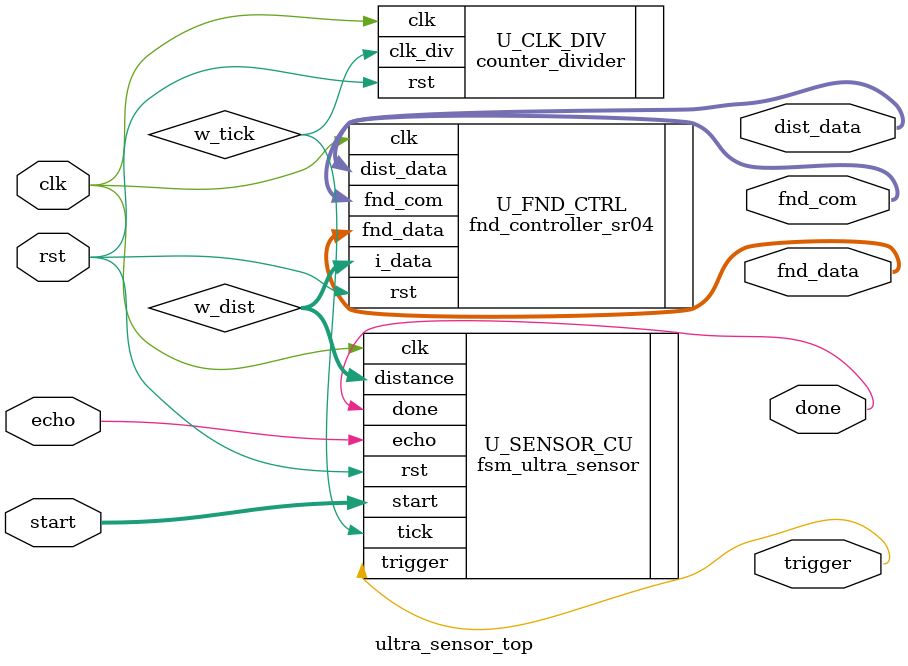
<source format=v>
`timescale 1ns / 1ps


module ultra_sensor_top(
    input        clk        ,
    input        rst        ,
    input  [7:0] start      ,
    input        echo       ,
    output       trigger    ,
    output [7:0] fnd_data   ,
    output [3:0] fnd_com    ,
    output [7:0] dist_data  ,
    output       done       
);

    wire w_tick;
    wire [11:0] w_dist;

    counter_divider #(.DIV(10)) U_CLK_DIV(
        .clk     (clk), 
        .rst     (rst),
        .clk_div (w_tick) 
    );

    fsm_ultra_sensor U_SENSOR_CU(
        .clk      (clk),
        .rst      (rst),
        .start    (start),
        .echo     (echo),
        .tick     (w_tick),
        .trigger  (trigger),
        .distance (w_dist),
        .done     (done)
    );

    fnd_controller_sr04 U_FND_CTRL(
        .clk       (clk),
        .rst       (rst),
        .i_data    (w_dist),
        .fnd_com   (fnd_com),
        .fnd_data  (fnd_data),
        .dist_data (dist_data)
    );
endmodule

</source>
